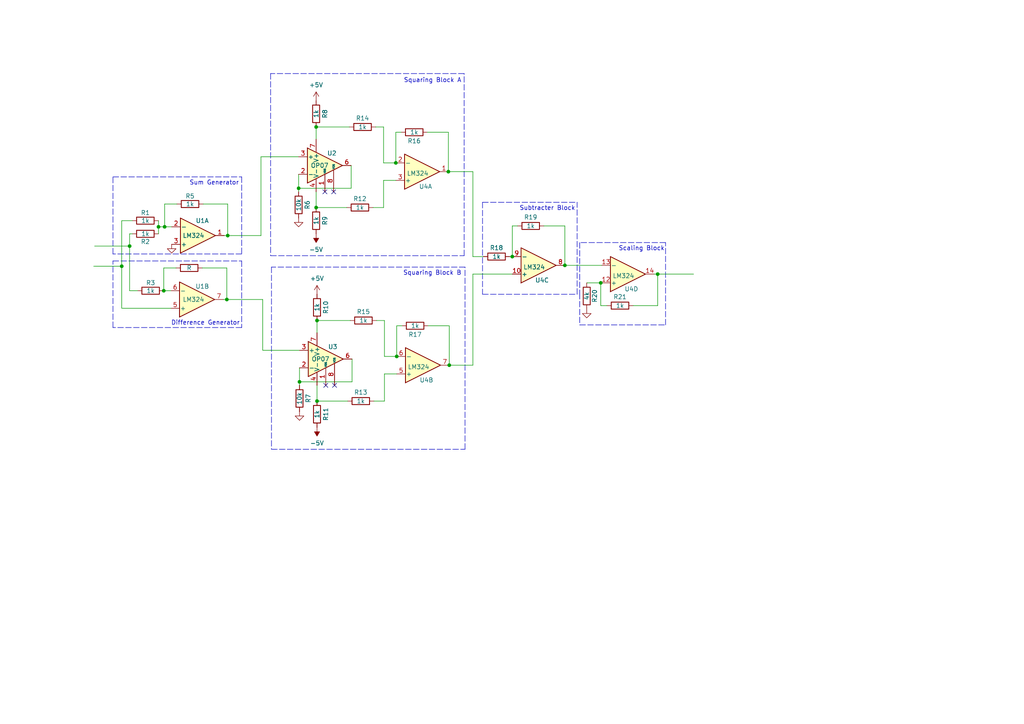
<source format=kicad_sch>
(kicad_sch (version 20211123) (generator eeschema)

  (uuid 0dcdf1b8-13c6-48b4-bd94-5d26038ff231)

  (paper "A4")

  (lib_symbols
    (symbol "Amplifier_Operational:LM324" (pin_names (offset 0.127)) (in_bom yes) (on_board yes)
      (property "Reference" "U" (id 0) (at 0 5.08 0)
        (effects (font (size 1.27 1.27)) (justify left))
      )
      (property "Value" "LM324" (id 1) (at 0 -5.08 0)
        (effects (font (size 1.27 1.27)) (justify left))
      )
      (property "Footprint" "" (id 2) (at -1.27 2.54 0)
        (effects (font (size 1.27 1.27)) hide)
      )
      (property "Datasheet" "http://www.ti.com/lit/ds/symlink/lm2902-n.pdf" (id 3) (at 1.27 5.08 0)
        (effects (font (size 1.27 1.27)) hide)
      )
      (property "ki_locked" "" (id 4) (at 0 0 0)
        (effects (font (size 1.27 1.27)))
      )
      (property "ki_keywords" "quad opamp" (id 5) (at 0 0 0)
        (effects (font (size 1.27 1.27)) hide)
      )
      (property "ki_description" "Low-Power, Quad-Operational Amplifiers, DIP-14/SOIC-14/SSOP-14" (id 6) (at 0 0 0)
        (effects (font (size 1.27 1.27)) hide)
      )
      (property "ki_fp_filters" "SOIC*3.9x8.7mm*P1.27mm* DIP*W7.62mm* TSSOP*4.4x5mm*P0.65mm* SSOP*5.3x6.2mm*P0.65mm* MSOP*3x3mm*P0.5mm*" (id 7) (at 0 0 0)
        (effects (font (size 1.27 1.27)) hide)
      )
      (symbol "LM324_1_1"
        (polyline
          (pts
            (xy -5.08 5.08)
            (xy 5.08 0)
            (xy -5.08 -5.08)
            (xy -5.08 5.08)
          )
          (stroke (width 0.254) (type default) (color 0 0 0 0))
          (fill (type background))
        )
        (pin output line (at 7.62 0 180) (length 2.54)
          (name "~" (effects (font (size 1.27 1.27))))
          (number "1" (effects (font (size 1.27 1.27))))
        )
        (pin input line (at -7.62 -2.54 0) (length 2.54)
          (name "-" (effects (font (size 1.27 1.27))))
          (number "2" (effects (font (size 1.27 1.27))))
        )
        (pin input line (at -7.62 2.54 0) (length 2.54)
          (name "+" (effects (font (size 1.27 1.27))))
          (number "3" (effects (font (size 1.27 1.27))))
        )
      )
      (symbol "LM324_2_1"
        (polyline
          (pts
            (xy -5.08 5.08)
            (xy 5.08 0)
            (xy -5.08 -5.08)
            (xy -5.08 5.08)
          )
          (stroke (width 0.254) (type default) (color 0 0 0 0))
          (fill (type background))
        )
        (pin input line (at -7.62 2.54 0) (length 2.54)
          (name "+" (effects (font (size 1.27 1.27))))
          (number "5" (effects (font (size 1.27 1.27))))
        )
        (pin input line (at -7.62 -2.54 0) (length 2.54)
          (name "-" (effects (font (size 1.27 1.27))))
          (number "6" (effects (font (size 1.27 1.27))))
        )
        (pin output line (at 7.62 0 180) (length 2.54)
          (name "~" (effects (font (size 1.27 1.27))))
          (number "7" (effects (font (size 1.27 1.27))))
        )
      )
      (symbol "LM324_3_1"
        (polyline
          (pts
            (xy -5.08 5.08)
            (xy 5.08 0)
            (xy -5.08 -5.08)
            (xy -5.08 5.08)
          )
          (stroke (width 0.254) (type default) (color 0 0 0 0))
          (fill (type background))
        )
        (pin input line (at -7.62 2.54 0) (length 2.54)
          (name "+" (effects (font (size 1.27 1.27))))
          (number "10" (effects (font (size 1.27 1.27))))
        )
        (pin output line (at 7.62 0 180) (length 2.54)
          (name "~" (effects (font (size 1.27 1.27))))
          (number "8" (effects (font (size 1.27 1.27))))
        )
        (pin input line (at -7.62 -2.54 0) (length 2.54)
          (name "-" (effects (font (size 1.27 1.27))))
          (number "9" (effects (font (size 1.27 1.27))))
        )
      )
      (symbol "LM324_4_1"
        (polyline
          (pts
            (xy -5.08 5.08)
            (xy 5.08 0)
            (xy -5.08 -5.08)
            (xy -5.08 5.08)
          )
          (stroke (width 0.254) (type default) (color 0 0 0 0))
          (fill (type background))
        )
        (pin input line (at -7.62 2.54 0) (length 2.54)
          (name "+" (effects (font (size 1.27 1.27))))
          (number "12" (effects (font (size 1.27 1.27))))
        )
        (pin input line (at -7.62 -2.54 0) (length 2.54)
          (name "-" (effects (font (size 1.27 1.27))))
          (number "13" (effects (font (size 1.27 1.27))))
        )
        (pin output line (at 7.62 0 180) (length 2.54)
          (name "~" (effects (font (size 1.27 1.27))))
          (number "14" (effects (font (size 1.27 1.27))))
        )
      )
      (symbol "LM324_5_1"
        (pin power_in line (at -2.54 -7.62 90) (length 3.81)
          (name "V-" (effects (font (size 1.27 1.27))))
          (number "11" (effects (font (size 1.27 1.27))))
        )
        (pin power_in line (at -2.54 7.62 270) (length 3.81)
          (name "V+" (effects (font (size 1.27 1.27))))
          (number "4" (effects (font (size 1.27 1.27))))
        )
      )
    )
    (symbol "Amplifier_Operational:OP07" (pin_names (offset 0.127)) (in_bom yes) (on_board yes)
      (property "Reference" "U" (id 0) (at 1.27 6.35 0)
        (effects (font (size 1.27 1.27)) (justify left))
      )
      (property "Value" "OP07" (id 1) (at 1.27 3.81 0)
        (effects (font (size 1.27 1.27)) (justify left))
      )
      (property "Footprint" "" (id 2) (at 1.27 1.27 0)
        (effects (font (size 1.27 1.27)) hide)
      )
      (property "Datasheet" "https://www.analog.com/media/en/technical-documentation/data-sheets/OP07.pdf" (id 3) (at 1.27 3.81 0)
        (effects (font (size 1.27 1.27)) hide)
      )
      (property "ki_keywords" "single opamp" (id 4) (at 0 0 0)
        (effects (font (size 1.27 1.27)) hide)
      )
      (property "ki_description" "Single Ultra-Low Offset Voltage Operational Amplifier, DIP-8/SOIC-8" (id 5) (at 0 0 0)
        (effects (font (size 1.27 1.27)) hide)
      )
      (property "ki_fp_filters" "DIP*W7.62mm* SOIC*3.9x4.9mm*P1.27mm* TO*99*" (id 6) (at 0 0 0)
        (effects (font (size 1.27 1.27)) hide)
      )
      (symbol "OP07_0_1"
        (polyline
          (pts
            (xy -5.08 5.08)
            (xy 5.08 0)
            (xy -5.08 -5.08)
            (xy -5.08 5.08)
          )
          (stroke (width 0.254) (type default) (color 0 0 0 0))
          (fill (type background))
        )
      )
      (symbol "OP07_1_1"
        (pin input line (at 0 -7.62 90) (length 5.08)
          (name "VOS" (effects (font (size 0.508 0.508))))
          (number "1" (effects (font (size 1.27 1.27))))
        )
        (pin input line (at -7.62 -2.54 0) (length 2.54)
          (name "-" (effects (font (size 1.27 1.27))))
          (number "2" (effects (font (size 1.27 1.27))))
        )
        (pin input line (at -7.62 2.54 0) (length 2.54)
          (name "+" (effects (font (size 1.27 1.27))))
          (number "3" (effects (font (size 1.27 1.27))))
        )
        (pin power_in line (at -2.54 -7.62 90) (length 3.81)
          (name "V-" (effects (font (size 1.27 1.27))))
          (number "4" (effects (font (size 1.27 1.27))))
        )
        (pin no_connect line (at 0 2.54 270) (length 2.54) hide
          (name "NC" (effects (font (size 1.27 1.27))))
          (number "5" (effects (font (size 1.27 1.27))))
        )
        (pin output line (at 7.62 0 180) (length 2.54)
          (name "~" (effects (font (size 1.27 1.27))))
          (number "6" (effects (font (size 1.27 1.27))))
        )
        (pin power_in line (at -2.54 7.62 270) (length 3.81)
          (name "V+" (effects (font (size 1.27 1.27))))
          (number "7" (effects (font (size 1.27 1.27))))
        )
        (pin input line (at 2.54 -7.62 90) (length 6.35)
          (name "VOS" (effects (font (size 0.508 0.508))))
          (number "8" (effects (font (size 1.27 1.27))))
        )
      )
    )
    (symbol "Device:R" (pin_numbers hide) (pin_names (offset 0)) (in_bom yes) (on_board yes)
      (property "Reference" "R" (id 0) (at 2.032 0 90)
        (effects (font (size 1.27 1.27)))
      )
      (property "Value" "R" (id 1) (at 0 0 90)
        (effects (font (size 1.27 1.27)))
      )
      (property "Footprint" "" (id 2) (at -1.778 0 90)
        (effects (font (size 1.27 1.27)) hide)
      )
      (property "Datasheet" "~" (id 3) (at 0 0 0)
        (effects (font (size 1.27 1.27)) hide)
      )
      (property "ki_keywords" "R res resistor" (id 4) (at 0 0 0)
        (effects (font (size 1.27 1.27)) hide)
      )
      (property "ki_description" "Resistor" (id 5) (at 0 0 0)
        (effects (font (size 1.27 1.27)) hide)
      )
      (property "ki_fp_filters" "R_*" (id 6) (at 0 0 0)
        (effects (font (size 1.27 1.27)) hide)
      )
      (symbol "R_0_1"
        (rectangle (start -1.016 -2.54) (end 1.016 2.54)
          (stroke (width 0.254) (type default) (color 0 0 0 0))
          (fill (type none))
        )
      )
      (symbol "R_1_1"
        (pin passive line (at 0 3.81 270) (length 1.27)
          (name "~" (effects (font (size 1.27 1.27))))
          (number "1" (effects (font (size 1.27 1.27))))
        )
        (pin passive line (at 0 -3.81 90) (length 1.27)
          (name "~" (effects (font (size 1.27 1.27))))
          (number "2" (effects (font (size 1.27 1.27))))
        )
      )
    )
    (symbol "power:+5V" (power) (pin_names (offset 0)) (in_bom yes) (on_board yes)
      (property "Reference" "#PWR" (id 0) (at 0 -3.81 0)
        (effects (font (size 1.27 1.27)) hide)
      )
      (property "Value" "+5V" (id 1) (at 0 3.556 0)
        (effects (font (size 1.27 1.27)))
      )
      (property "Footprint" "" (id 2) (at 0 0 0)
        (effects (font (size 1.27 1.27)) hide)
      )
      (property "Datasheet" "" (id 3) (at 0 0 0)
        (effects (font (size 1.27 1.27)) hide)
      )
      (property "ki_keywords" "power-flag" (id 4) (at 0 0 0)
        (effects (font (size 1.27 1.27)) hide)
      )
      (property "ki_description" "Power symbol creates a global label with name \"+5V\"" (id 5) (at 0 0 0)
        (effects (font (size 1.27 1.27)) hide)
      )
      (symbol "+5V_0_1"
        (polyline
          (pts
            (xy -0.762 1.27)
            (xy 0 2.54)
          )
          (stroke (width 0) (type default) (color 0 0 0 0))
          (fill (type none))
        )
        (polyline
          (pts
            (xy 0 0)
            (xy 0 2.54)
          )
          (stroke (width 0) (type default) (color 0 0 0 0))
          (fill (type none))
        )
        (polyline
          (pts
            (xy 0 2.54)
            (xy 0.762 1.27)
          )
          (stroke (width 0) (type default) (color 0 0 0 0))
          (fill (type none))
        )
      )
      (symbol "+5V_1_1"
        (pin power_in line (at 0 0 90) (length 0) hide
          (name "+5V" (effects (font (size 1.27 1.27))))
          (number "1" (effects (font (size 1.27 1.27))))
        )
      )
    )
    (symbol "power:-5V" (power) (pin_names (offset 0)) (in_bom yes) (on_board yes)
      (property "Reference" "#PWR" (id 0) (at 0 2.54 0)
        (effects (font (size 1.27 1.27)) hide)
      )
      (property "Value" "-5V" (id 1) (at 0 3.81 0)
        (effects (font (size 1.27 1.27)))
      )
      (property "Footprint" "" (id 2) (at 0 0 0)
        (effects (font (size 1.27 1.27)) hide)
      )
      (property "Datasheet" "" (id 3) (at 0 0 0)
        (effects (font (size 1.27 1.27)) hide)
      )
      (property "ki_keywords" "power-flag" (id 4) (at 0 0 0)
        (effects (font (size 1.27 1.27)) hide)
      )
      (property "ki_description" "Power symbol creates a global label with name \"-5V\"" (id 5) (at 0 0 0)
        (effects (font (size 1.27 1.27)) hide)
      )
      (symbol "-5V_0_0"
        (pin power_in line (at 0 0 90) (length 0) hide
          (name "-5V" (effects (font (size 1.27 1.27))))
          (number "1" (effects (font (size 1.27 1.27))))
        )
      )
      (symbol "-5V_0_1"
        (polyline
          (pts
            (xy 0 0)
            (xy 0 1.27)
            (xy 0.762 1.27)
            (xy 0 2.54)
            (xy -0.762 1.27)
            (xy 0 1.27)
          )
          (stroke (width 0) (type default) (color 0 0 0 0))
          (fill (type outline))
        )
      )
    )
    (symbol "power:GND" (power) (pin_names (offset 0)) (in_bom yes) (on_board yes)
      (property "Reference" "#PWR" (id 0) (at 0 -6.35 0)
        (effects (font (size 1.27 1.27)) hide)
      )
      (property "Value" "GND" (id 1) (at 0 -3.81 0)
        (effects (font (size 1.27 1.27)))
      )
      (property "Footprint" "" (id 2) (at 0 0 0)
        (effects (font (size 1.27 1.27)) hide)
      )
      (property "Datasheet" "" (id 3) (at 0 0 0)
        (effects (font (size 1.27 1.27)) hide)
      )
      (property "ki_keywords" "power-flag" (id 4) (at 0 0 0)
        (effects (font (size 1.27 1.27)) hide)
      )
      (property "ki_description" "Power symbol creates a global label with name \"GND\" , ground" (id 5) (at 0 0 0)
        (effects (font (size 1.27 1.27)) hide)
      )
      (symbol "GND_0_1"
        (polyline
          (pts
            (xy 0 0)
            (xy 0 -1.27)
            (xy 1.27 -1.27)
            (xy 0 -2.54)
            (xy -1.27 -1.27)
            (xy 0 -1.27)
          )
          (stroke (width 0) (type default) (color 0 0 0 0))
          (fill (type none))
        )
      )
      (symbol "GND_1_1"
        (pin power_in line (at 0 0 270) (length 0) hide
          (name "GND" (effects (font (size 1.27 1.27))))
          (number "1" (effects (font (size 1.27 1.27))))
        )
      )
    )
  )

  (junction (at 174.244 82.042) (diameter 0) (color 0 0 0 0)
    (uuid 0903c7d9-3008-487d-bf24-25dabe3493f2)
  )
  (junction (at 91.694 36.83) (diameter 0) (color 0 0 0 0)
    (uuid 0ceb97d6-1b0f-4b71-921e-b0955c30c998)
  )
  (junction (at 35.306 77.216) (diameter 0) (color 0 0 0 0)
    (uuid 1e524b8f-fcc4-4ef5-bf86-3041df9285a1)
  )
  (junction (at 45.974 65.786) (diameter 0) (color 0 0 0 0)
    (uuid 2024d38e-7466-438a-8454-69eb978e1b45)
  )
  (junction (at 65.786 86.868) (diameter 0) (color 0 0 0 0)
    (uuid 33800183-c8ef-4899-81e3-5fe030f895bb)
  )
  (junction (at 163.83 76.962) (diameter 0) (color 0 0 0 0)
    (uuid 483e1a7c-c755-48dc-b458-96a6b575bb7d)
  )
  (junction (at 37.592 71.374) (diameter 0) (color 0 0 0 0)
    (uuid 5566279c-c94d-4eb7-a44a-112089311695)
  )
  (junction (at 86.868 110.744) (diameter 0) (color 0 0 0 0)
    (uuid 5ecc26a2-a0ca-4002-862c-bd8f518ca83f)
  )
  (junction (at 114.808 47.244) (diameter 0) (color 0 0 0 0)
    (uuid 6603b179-9d33-48b3-aff6-ffb34d5e0124)
  )
  (junction (at 66.04 68.326) (diameter 0) (color 0 0 0 0)
    (uuid 6d28f8f6-1bab-444b-9723-1901a2cbf674)
  )
  (junction (at 130.048 49.784) (diameter 0) (color 0 0 0 0)
    (uuid 6ead72ba-7214-460f-bb56-42fe08b0171d)
  )
  (junction (at 148.59 74.422) (diameter 0) (color 0 0 0 0)
    (uuid 703ffdee-0073-4f8b-b4e4-503e91c396c0)
  )
  (junction (at 47.752 65.786) (diameter 0) (color 0 0 0 0)
    (uuid 728b2a4e-fb69-4497-b10f-92821ceb0fd7)
  )
  (junction (at 190.754 79.502) (diameter 0) (color 0 0 0 0)
    (uuid 82d633c1-1fb1-4e7d-ae80-5de8e1fc1bf5)
  )
  (junction (at 47.498 84.328) (diameter 0) (color 0 0 0 0)
    (uuid ad66e888-027a-43cb-8793-ef6e85f3754a)
  )
  (junction (at 91.948 116.332) (diameter 0) (color 0 0 0 0)
    (uuid bc9a2113-4268-4d92-81b2-114607cf73b1)
  )
  (junction (at 91.694 60.198) (diameter 0) (color 0 0 0 0)
    (uuid c92c7115-2046-49f4-b3bf-00b01dc8bcc7)
  )
  (junction (at 130.302 105.918) (diameter 0) (color 0 0 0 0)
    (uuid e97d040c-edec-4ad9-a95a-b632ce45d9e7)
  )
  (junction (at 115.062 103.378) (diameter 0) (color 0 0 0 0)
    (uuid ed1e1dcc-a8b8-426c-8464-c970a56ea0f6)
  )
  (junction (at 91.948 92.964) (diameter 0) (color 0 0 0 0)
    (uuid f6266b5c-f098-4d20-96a0-d893879e95c5)
  )
  (junction (at 86.614 54.61) (diameter 0) (color 0 0 0 0)
    (uuid f73b5500-6337-4860-a114-6e307f65ec9f)
  )

  (no_connect (at 94.488 111.76) (uuid 7dc7fb88-9a13-429a-9650-a9b9292942cc))
  (no_connect (at 94.234 55.626) (uuid b4ea3746-4064-4172-90ab-a704cbf264c0))
  (no_connect (at 96.774 55.626) (uuid b4ea3746-4064-4172-90ab-a704cbf264c1))
  (no_connect (at 97.028 111.76) (uuid e60818bf-eaa3-405e-8b37-ef0256198d38))

  (wire (pts (xy 47.752 59.182) (xy 47.752 65.786))
    (stroke (width 0) (type default) (color 0 0 0 0))
    (uuid 009bfba7-723b-4138-b67a-ae0838ded13d)
  )
  (wire (pts (xy 102.108 110.744) (xy 102.108 104.14))
    (stroke (width 0) (type default) (color 0 0 0 0))
    (uuid 08c168eb-43bf-434e-997e-e59d7e8de4ef)
  )
  (wire (pts (xy 37.592 84.328) (xy 39.878 84.328))
    (stroke (width 0) (type default) (color 0 0 0 0))
    (uuid 0ad5c6b2-ae5a-4b97-8d62-a82435a6ead7)
  )
  (wire (pts (xy 137.16 49.784) (xy 137.16 74.422))
    (stroke (width 0) (type default) (color 0 0 0 0))
    (uuid 0eab373f-b9af-4550-9bd7-a818c2e4d167)
  )
  (wire (pts (xy 163.83 65.532) (xy 163.83 76.962))
    (stroke (width 0) (type default) (color 0 0 0 0))
    (uuid 15f09c8e-2186-4eb9-9f16-33ded62d7171)
  )
  (polyline (pts (xy 70.104 94.996) (xy 32.766 94.996))
    (stroke (width 0) (type default) (color 0 0 0 0))
    (uuid 1638e716-8b96-442f-8d89-1945dacb3df0)
  )
  (polyline (pts (xy 139.954 58.674) (xy 139.954 85.344))
    (stroke (width 0) (type default) (color 0 0 0 0))
    (uuid 19f6174a-4f34-41ea-8492-76922e6c0197)
  )

  (wire (pts (xy 174.244 88.646) (xy 176.022 88.646))
    (stroke (width 0) (type default) (color 0 0 0 0))
    (uuid 1df3d25a-0e05-4654-95b6-9e6e2bbdeb12)
  )
  (wire (pts (xy 47.498 77.724) (xy 47.498 84.328))
    (stroke (width 0) (type default) (color 0 0 0 0))
    (uuid 1eec295b-252a-46b5-b2d9-73b636b3780c)
  )
  (wire (pts (xy 86.614 54.61) (xy 86.614 55.626))
    (stroke (width 0) (type default) (color 0 0 0 0))
    (uuid 20caf6d2-76a7-497e-ac56-f6d31eb9027b)
  )
  (wire (pts (xy 58.674 77.724) (xy 65.786 77.724))
    (stroke (width 0) (type default) (color 0 0 0 0))
    (uuid 2203daf9-cd4d-4236-a356-a5e1851852e4)
  )
  (wire (pts (xy 35.306 64.008) (xy 35.306 77.216))
    (stroke (width 0) (type default) (color 0 0 0 0))
    (uuid 223bf607-802a-44fc-bc94-a8d7b700cb10)
  )
  (wire (pts (xy 130.048 49.784) (xy 137.16 49.784))
    (stroke (width 0) (type default) (color 0 0 0 0))
    (uuid 23374d92-8a4d-468b-9947-adcdd8ce495d)
  )
  (wire (pts (xy 163.83 76.962) (xy 174.498 76.962))
    (stroke (width 0) (type default) (color 0 0 0 0))
    (uuid 233bdbe5-f41a-49a5-838f-2e26b0a75f26)
  )
  (wire (pts (xy 123.952 38.354) (xy 130.048 38.354))
    (stroke (width 0) (type default) (color 0 0 0 0))
    (uuid 24b72b0d-63b8-4e06-89d0-e94dcf39a600)
  )
  (wire (pts (xy 38.354 64.008) (xy 35.306 64.008))
    (stroke (width 0) (type default) (color 0 0 0 0))
    (uuid 27457557-900c-490f-b4aa-fd019bf0f5fc)
  )
  (wire (pts (xy 65.786 86.868) (xy 64.77 86.868))
    (stroke (width 0) (type default) (color 0 0 0 0))
    (uuid 2811397c-157d-4053-9557-4b432b969d49)
  )
  (wire (pts (xy 157.734 65.532) (xy 163.83 65.532))
    (stroke (width 0) (type default) (color 0 0 0 0))
    (uuid 2a17f681-55ea-4d48-a2b4-4114836da843)
  )
  (polyline (pts (xy 32.766 51.308) (xy 70.104 51.308))
    (stroke (width 0) (type default) (color 0 0 0 0))
    (uuid 2c192ca9-fe30-49cc-bae4-57050d515549)
  )

  (wire (pts (xy 86.868 110.744) (xy 86.868 111.76))
    (stroke (width 0) (type default) (color 0 0 0 0))
    (uuid 3164eff5-b35f-459d-9032-c1c5645dc58d)
  )
  (wire (pts (xy 190.754 88.646) (xy 190.754 79.502))
    (stroke (width 0) (type default) (color 0 0 0 0))
    (uuid 31b8af53-9ec9-4407-842b-9483759bc04a)
  )
  (wire (pts (xy 108.458 116.332) (xy 111.506 116.332))
    (stroke (width 0) (type default) (color 0 0 0 0))
    (uuid 32c71851-2ca5-4bf6-b928-c6beacfb358b)
  )
  (wire (pts (xy 174.244 82.042) (xy 174.498 82.042))
    (stroke (width 0) (type default) (color 0 0 0 0))
    (uuid 38269ceb-320d-42f0-b0f0-8e83c9b8fe87)
  )
  (wire (pts (xy 27.432 71.374) (xy 37.592 71.374))
    (stroke (width 0) (type default) (color 0 0 0 0))
    (uuid 3b003251-8e8e-4af7-a670-4ed84fbeb951)
  )
  (wire (pts (xy 111.506 108.458) (xy 115.062 108.458))
    (stroke (width 0) (type default) (color 0 0 0 0))
    (uuid 3b440bca-0e1a-42ca-9c0e-cde84ea8ed64)
  )
  (wire (pts (xy 116.586 94.488) (xy 115.062 94.488))
    (stroke (width 0) (type default) (color 0 0 0 0))
    (uuid 413d1fc7-097e-4160-b1f6-1da71c879f01)
  )
  (wire (pts (xy 86.614 50.546) (xy 86.614 54.61))
    (stroke (width 0) (type default) (color 0 0 0 0))
    (uuid 4185c36c-c66e-4dbd-be5d-841e551f4885)
  )
  (polyline (pts (xy 139.954 85.344) (xy 167.386 85.344))
    (stroke (width 0) (type default) (color 0 0 0 0))
    (uuid 42664348-fbec-4187-895b-36b9cdb3b2e2)
  )

  (wire (pts (xy 65.786 77.724) (xy 65.786 86.868))
    (stroke (width 0) (type default) (color 0 0 0 0))
    (uuid 42b0a0de-e03b-43cb-9061-eedf50e03fba)
  )
  (wire (pts (xy 47.752 59.182) (xy 51.308 59.182))
    (stroke (width 0) (type default) (color 0 0 0 0))
    (uuid 42d83e5c-44ff-4fca-a527-9bf1633659d4)
  )
  (wire (pts (xy 130.302 94.488) (xy 130.302 105.918))
    (stroke (width 0) (type default) (color 0 0 0 0))
    (uuid 430fb592-36c8-4c02-a997-e00390fb6882)
  )
  (wire (pts (xy 35.306 89.408) (xy 49.53 89.408))
    (stroke (width 0) (type default) (color 0 0 0 0))
    (uuid 43b1eddf-6ca4-434f-9aa5-29eb653edfcf)
  )
  (polyline (pts (xy 168.148 70.358) (xy 168.148 85.09))
    (stroke (width 0) (type default) (color 0 0 0 0))
    (uuid 4b293985-ca2a-446f-b6a6-050a5623a8e8)
  )

  (wire (pts (xy 66.04 68.326) (xy 65.024 68.326))
    (stroke (width 0) (type default) (color 0 0 0 0))
    (uuid 529bb259-a3e0-4029-a761-805ab18e45e1)
  )
  (wire (pts (xy 86.868 110.744) (xy 102.108 110.744))
    (stroke (width 0) (type default) (color 0 0 0 0))
    (uuid 52a68e79-cc6d-4774-9206-3ded64d4e412)
  )
  (wire (pts (xy 111.506 103.378) (xy 115.062 103.378))
    (stroke (width 0) (type default) (color 0 0 0 0))
    (uuid 5686a58e-0f4a-4532-b3a7-682a99f896dc)
  )
  (wire (pts (xy 111.252 47.244) (xy 114.808 47.244))
    (stroke (width 0) (type default) (color 0 0 0 0))
    (uuid 5701b80f-f006-4814-81c9-0c7f006088a9)
  )
  (wire (pts (xy 148.59 65.532) (xy 148.59 74.422))
    (stroke (width 0) (type default) (color 0 0 0 0))
    (uuid 589581db-5294-4913-9ab9-96388e8032a6)
  )
  (wire (pts (xy 35.306 77.216) (xy 35.306 89.408))
    (stroke (width 0) (type default) (color 0 0 0 0))
    (uuid 58c9d754-67ad-4d13-996d-eb46be28bfde)
  )
  (polyline (pts (xy 168.148 85.09) (xy 168.148 94.234))
    (stroke (width 0) (type default) (color 0 0 0 0))
    (uuid 62f0d43d-e9cb-4bb1-940e-d5216cecba11)
  )

  (wire (pts (xy 114.808 38.354) (xy 114.808 47.244))
    (stroke (width 0) (type default) (color 0 0 0 0))
    (uuid 63c56ea4-91a3-4172-b9de-a4388cc8f894)
  )
  (wire (pts (xy 111.252 36.83) (xy 111.252 47.244))
    (stroke (width 0) (type default) (color 0 0 0 0))
    (uuid 66bc2bca-dab7-4947-a0ff-403cdaf9fb89)
  )
  (wire (pts (xy 140.208 74.422) (xy 137.16 74.422))
    (stroke (width 0) (type default) (color 0 0 0 0))
    (uuid 6915b7be-3044-4468-a095-46be65387fa1)
  )
  (wire (pts (xy 91.948 92.964) (xy 91.948 96.52))
    (stroke (width 0) (type default) (color 0 0 0 0))
    (uuid 6f3ec6a0-b69b-4536-a014-7965b8a99f73)
  )
  (wire (pts (xy 115.062 94.488) (xy 115.062 103.378))
    (stroke (width 0) (type default) (color 0 0 0 0))
    (uuid 72df7dff-cd74-4730-a2d4-f4f2f4470b1e)
  )
  (polyline (pts (xy 193.04 94.234) (xy 193.04 70.358))
    (stroke (width 0) (type default) (color 0 0 0 0))
    (uuid 73372818-3f45-4cdf-b06b-750172d951c1)
  )

  (wire (pts (xy 47.498 77.724) (xy 51.054 77.724))
    (stroke (width 0) (type default) (color 0 0 0 0))
    (uuid 74ec717e-2c7d-4324-a171-d6e4d645d152)
  )
  (wire (pts (xy 170.18 82.042) (xy 174.244 82.042))
    (stroke (width 0) (type default) (color 0 0 0 0))
    (uuid 757cf0ee-8e36-4693-b26a-a0c2f395aaac)
  )
  (wire (pts (xy 66.04 68.326) (xy 75.692 68.326))
    (stroke (width 0) (type default) (color 0 0 0 0))
    (uuid 75988360-1dc4-47b2-9b80-a87f1731c92d)
  )
  (wire (pts (xy 190.754 79.502) (xy 189.738 79.502))
    (stroke (width 0) (type default) (color 0 0 0 0))
    (uuid 75bc3386-87ca-481c-b59e-63b2a60cfef3)
  )
  (wire (pts (xy 45.974 65.786) (xy 45.974 67.818))
    (stroke (width 0) (type default) (color 0 0 0 0))
    (uuid 7682a6a3-368f-41bf-b3ff-ce35ba2e6143)
  )
  (polyline (pts (xy 78.486 74.168) (xy 134.62 74.168))
    (stroke (width 0) (type default) (color 0 0 0 0))
    (uuid 7aba0737-e394-4451-a2e6-782dff4fbd4f)
  )
  (polyline (pts (xy 134.62 21.336) (xy 78.486 21.336))
    (stroke (width 0) (type default) (color 0 0 0 0))
    (uuid 7d73acbe-ec52-41f2-b4f9-a723f9951739)
  )

  (wire (pts (xy 91.694 60.198) (xy 100.584 60.198))
    (stroke (width 0) (type default) (color 0 0 0 0))
    (uuid 802c2dc3-ca9f-491e-9d66-7893e89ac34c)
  )
  (wire (pts (xy 148.59 79.502) (xy 137.16 79.502))
    (stroke (width 0) (type default) (color 0 0 0 0))
    (uuid 81d73e3f-25c2-4dc2-98e5-2c9802cff920)
  )
  (polyline (pts (xy 32.766 73.66) (xy 32.766 51.308))
    (stroke (width 0) (type default) (color 0 0 0 0))
    (uuid 8640e622-767a-4a72-a098-73d7d047ec7c)
  )

  (wire (pts (xy 45.974 65.786) (xy 47.752 65.786))
    (stroke (width 0) (type default) (color 0 0 0 0))
    (uuid 86c154d1-a93e-47a0-adeb-82ad48cddb06)
  )
  (polyline (pts (xy 78.74 130.302) (xy 134.874 130.302))
    (stroke (width 0) (type default) (color 0 0 0 0))
    (uuid 889268d0-a6c7-4631-b294-7084f68098b8)
  )

  (wire (pts (xy 109.22 92.964) (xy 111.506 92.964))
    (stroke (width 0) (type default) (color 0 0 0 0))
    (uuid 89265dda-b403-41b5-933c-e536da910aba)
  )
  (polyline (pts (xy 78.486 21.336) (xy 78.486 74.168))
    (stroke (width 0) (type default) (color 0 0 0 0))
    (uuid 8a97723c-efa2-4aa1-80c6-f5a11817e9a1)
  )
  (polyline (pts (xy 70.104 73.66) (xy 32.766 73.66))
    (stroke (width 0) (type default) (color 0 0 0 0))
    (uuid 8d79d4a5-0a9d-40c9-b991-ebc5c6420fdb)
  )

  (wire (pts (xy 65.786 86.868) (xy 76.2 86.868))
    (stroke (width 0) (type default) (color 0 0 0 0))
    (uuid 90018d5a-8ee1-4a02-bf9e-b250b9f267b7)
  )
  (wire (pts (xy 108.966 36.83) (xy 111.252 36.83))
    (stroke (width 0) (type default) (color 0 0 0 0))
    (uuid 9286cf02-1563-41d2-9931-c192c33bab31)
  )
  (wire (pts (xy 38.354 67.818) (xy 37.592 67.818))
    (stroke (width 0) (type default) (color 0 0 0 0))
    (uuid 93993284-5a18-4222-a9ec-bfea2b24c116)
  )
  (wire (pts (xy 137.16 105.918) (xy 130.302 105.918))
    (stroke (width 0) (type default) (color 0 0 0 0))
    (uuid 940c3a2d-5739-4dc1-a8a1-0a69fcf8dab7)
  )
  (wire (pts (xy 66.04 59.182) (xy 66.04 68.326))
    (stroke (width 0) (type default) (color 0 0 0 0))
    (uuid 9607a025-5dcc-42ce-a935-6a20edcb6c52)
  )
  (wire (pts (xy 111.506 116.332) (xy 111.506 108.458))
    (stroke (width 0) (type default) (color 0 0 0 0))
    (uuid 966b9029-af92-4c00-ba3d-6450812b08e5)
  )
  (polyline (pts (xy 168.148 94.234) (xy 193.04 94.234))
    (stroke (width 0) (type default) (color 0 0 0 0))
    (uuid 97be321d-d03b-4b8d-a86e-65cba49ad83a)
  )

  (wire (pts (xy 86.868 101.6) (xy 76.2 101.6))
    (stroke (width 0) (type default) (color 0 0 0 0))
    (uuid 97cceb1f-ac92-495c-a6c5-c98ea4140667)
  )
  (wire (pts (xy 91.948 116.332) (xy 100.838 116.332))
    (stroke (width 0) (type default) (color 0 0 0 0))
    (uuid 98e77711-624f-43c9-b180-9e01b6c63b36)
  )
  (polyline (pts (xy 139.954 58.674) (xy 167.386 58.674))
    (stroke (width 0) (type default) (color 0 0 0 0))
    (uuid 9aa55463-11f7-4df6-ae93-c8e8a5cee330)
  )

  (wire (pts (xy 111.252 52.324) (xy 114.808 52.324))
    (stroke (width 0) (type default) (color 0 0 0 0))
    (uuid 9b6bb172-1ac4-440a-ac75-c1917d9d59c7)
  )
  (wire (pts (xy 116.332 38.354) (xy 114.808 38.354))
    (stroke (width 0) (type default) (color 0 0 0 0))
    (uuid a6738794-75ae-48a6-8949-ed8717400d71)
  )
  (wire (pts (xy 91.694 55.626) (xy 91.694 60.198))
    (stroke (width 0) (type default) (color 0 0 0 0))
    (uuid a8b4bc7e-da32-4fb8-b71a-d7b47c6f741f)
  )
  (wire (pts (xy 75.692 45.466) (xy 75.692 68.326))
    (stroke (width 0) (type default) (color 0 0 0 0))
    (uuid aeae40be-bdd1-44c4-9d54-e92303a30c40)
  )
  (wire (pts (xy 86.614 45.466) (xy 75.692 45.466))
    (stroke (width 0) (type default) (color 0 0 0 0))
    (uuid afd38b10-2eca-4abe-aed1-a96fb07ffdbe)
  )
  (polyline (pts (xy 70.104 51.308) (xy 70.104 73.66))
    (stroke (width 0) (type default) (color 0 0 0 0))
    (uuid b714e48a-4bc5-4159-9b76-1f483d3b9433)
  )

  (wire (pts (xy 37.592 67.818) (xy 37.592 71.374))
    (stroke (width 0) (type default) (color 0 0 0 0))
    (uuid b8686504-2b58-4ed7-a71a-6506dc82deca)
  )
  (wire (pts (xy 91.694 36.83) (xy 101.346 36.83))
    (stroke (width 0) (type default) (color 0 0 0 0))
    (uuid b8b961e9-8a60-45fc-999a-a7a3baff4e0d)
  )
  (wire (pts (xy 35.306 77.216) (xy 27.178 77.216))
    (stroke (width 0) (type default) (color 0 0 0 0))
    (uuid bb19363f-b339-4e2a-9510-66fc0a341e40)
  )
  (polyline (pts (xy 70.104 75.692) (xy 70.104 94.996))
    (stroke (width 0) (type default) (color 0 0 0 0))
    (uuid bd136ad8-cec6-430e-a6d3-729bf34c6715)
  )
  (polyline (pts (xy 32.766 75.692) (xy 70.104 75.692))
    (stroke (width 0) (type default) (color 0 0 0 0))
    (uuid be142a3f-da4a-406d-910f-91abb6b70b24)
  )

  (wire (pts (xy 47.752 65.786) (xy 49.784 65.786))
    (stroke (width 0) (type default) (color 0 0 0 0))
    (uuid c14b0c35-92a9-4805-9a1e-b7fa35e1a0c7)
  )
  (wire (pts (xy 47.498 84.328) (xy 49.53 84.328))
    (stroke (width 0) (type default) (color 0 0 0 0))
    (uuid c213cb00-2e44-4434-8685-7824efe43ef2)
  )
  (wire (pts (xy 91.948 111.76) (xy 91.948 116.332))
    (stroke (width 0) (type default) (color 0 0 0 0))
    (uuid c240e072-fba3-4e83-b442-cf4146fa2f49)
  )
  (wire (pts (xy 147.828 74.422) (xy 148.59 74.422))
    (stroke (width 0) (type default) (color 0 0 0 0))
    (uuid c4b5dab5-49ec-4534-a844-187220ed4c29)
  )
  (wire (pts (xy 45.974 64.008) (xy 45.974 65.786))
    (stroke (width 0) (type default) (color 0 0 0 0))
    (uuid c5159d68-a04d-42cf-bce9-ad5c6735c58d)
  )
  (wire (pts (xy 91.948 92.964) (xy 101.6 92.964))
    (stroke (width 0) (type default) (color 0 0 0 0))
    (uuid cc3f02a8-8475-4749-b187-7f6e09502ca5)
  )
  (wire (pts (xy 150.114 65.532) (xy 148.59 65.532))
    (stroke (width 0) (type default) (color 0 0 0 0))
    (uuid ccb8d86c-8337-44b3-ae58-e1b59aff5512)
  )
  (wire (pts (xy 137.16 79.502) (xy 137.16 105.918))
    (stroke (width 0) (type default) (color 0 0 0 0))
    (uuid cd23e855-4f2f-4279-b3cf-ee5ddd0fbca8)
  )
  (polyline (pts (xy 193.04 70.358) (xy 168.148 70.358))
    (stroke (width 0) (type default) (color 0 0 0 0))
    (uuid cd81eec7-3349-45af-a2f7-77583e254c66)
  )

  (wire (pts (xy 101.854 54.61) (xy 101.854 48.006))
    (stroke (width 0) (type default) (color 0 0 0 0))
    (uuid cebb9021-66d3-4116-98d4-5e6f3c1552be)
  )
  (polyline (pts (xy 134.62 74.168) (xy 134.62 21.336))
    (stroke (width 0) (type default) (color 0 0 0 0))
    (uuid d2b11c0f-0d72-41b6-b9c6-1c04174505e6)
  )

  (wire (pts (xy 86.614 54.61) (xy 101.854 54.61))
    (stroke (width 0) (type default) (color 0 0 0 0))
    (uuid d3d57924-54a6-421d-a3a0-a044fc909e88)
  )
  (wire (pts (xy 190.754 79.502) (xy 201.168 79.502))
    (stroke (width 0) (type default) (color 0 0 0 0))
    (uuid d51c2cb7-6c0c-4c2b-bfae-8096f230f05d)
  )
  (wire (pts (xy 130.048 38.354) (xy 130.048 49.784))
    (stroke (width 0) (type default) (color 0 0 0 0))
    (uuid d692b5e6-71b2-4fa6-bc83-618add8d8fef)
  )
  (polyline (pts (xy 134.874 77.47) (xy 78.74 77.47))
    (stroke (width 0) (type default) (color 0 0 0 0))
    (uuid d6f4d4b7-6d19-47c3-a519-c7c4743b56d1)
  )

  (wire (pts (xy 124.206 94.488) (xy 130.302 94.488))
    (stroke (width 0) (type default) (color 0 0 0 0))
    (uuid e6634efb-db42-4112-9692-caedd831d895)
  )
  (wire (pts (xy 91.694 36.83) (xy 91.694 40.386))
    (stroke (width 0) (type default) (color 0 0 0 0))
    (uuid ea6fde00-59dc-4a79-a647-7e38199fae0e)
  )
  (wire (pts (xy 111.252 60.198) (xy 111.252 52.324))
    (stroke (width 0) (type default) (color 0 0 0 0))
    (uuid eab9c52c-3aa0-43a7-bc7f-7e234ff1e9f4)
  )
  (polyline (pts (xy 134.874 130.302) (xy 134.874 77.47))
    (stroke (width 0) (type default) (color 0 0 0 0))
    (uuid eb74415d-4318-43d7-a41b-8b580e96f60b)
  )
  (polyline (pts (xy 167.386 85.344) (xy 167.386 58.674))
    (stroke (width 0) (type default) (color 0 0 0 0))
    (uuid ed5dff6e-be7a-49a3-9ae3-a166905f9fb7)
  )

  (wire (pts (xy 108.204 60.198) (xy 111.252 60.198))
    (stroke (width 0) (type default) (color 0 0 0 0))
    (uuid eed466bf-cd88-4860-9abf-41a594ca08bd)
  )
  (wire (pts (xy 111.506 92.964) (xy 111.506 103.378))
    (stroke (width 0) (type default) (color 0 0 0 0))
    (uuid ef8778bc-a160-4fd7-9b7a-00f15fba11bc)
  )
  (wire (pts (xy 183.642 88.646) (xy 190.754 88.646))
    (stroke (width 0) (type default) (color 0 0 0 0))
    (uuid f094d92e-959e-4545-80a8-0f2601b25029)
  )
  (wire (pts (xy 37.592 71.374) (xy 37.592 84.328))
    (stroke (width 0) (type default) (color 0 0 0 0))
    (uuid f5827de4-889d-40cb-af81-8d1b0822de9a)
  )
  (wire (pts (xy 174.244 82.042) (xy 174.244 88.646))
    (stroke (width 0) (type default) (color 0 0 0 0))
    (uuid f754f826-5012-4cf0-a21f-7658947547f1)
  )
  (wire (pts (xy 58.928 59.182) (xy 66.04 59.182))
    (stroke (width 0) (type default) (color 0 0 0 0))
    (uuid f774874f-eb78-4c1e-9f3c-7a2ee1247e46)
  )
  (polyline (pts (xy 78.74 77.47) (xy 78.74 130.302))
    (stroke (width 0) (type default) (color 0 0 0 0))
    (uuid f86513a0-3bff-46f6-a13c-0991cecba9fc)
  )
  (polyline (pts (xy 32.766 94.996) (xy 32.766 75.692))
    (stroke (width 0) (type default) (color 0 0 0 0))
    (uuid fba6f2ce-75ea-4bd9-b804-e4206b29f3af)
  )

  (wire (pts (xy 86.868 106.68) (xy 86.868 110.744))
    (stroke (width 0) (type default) (color 0 0 0 0))
    (uuid fe0b9e5a-2e52-4406-80f5-95f4d62f9fb8)
  )
  (wire (pts (xy 76.2 101.6) (xy 76.2 86.868))
    (stroke (width 0) (type default) (color 0 0 0 0))
    (uuid ffe63e88-e2a6-4d75-84f9-be4313332d5e)
  )

  (text "Squaring Block A" (at 133.858 24.13 180)
    (effects (font (size 1.27 1.27)) (justify right bottom))
    (uuid 24140391-c043-4ce2-9147-3e8909d58bd8)
  )
  (text "Difference Generator" (at 69.596 94.488 180)
    (effects (font (size 1.27 1.27)) (justify right bottom))
    (uuid 2f073765-70fd-44bd-96a6-c30c30e729d9)
  )
  (text "Subtracter Block" (at 166.878 61.214 180)
    (effects (font (size 1.27 1.27)) (justify right bottom))
    (uuid 52b19931-0f3a-4caa-8910-5f265b33b3f2)
  )
  (text "Squaring Block B" (at 133.858 80.01 180)
    (effects (font (size 1.27 1.27)) (justify right bottom))
    (uuid 79e243c4-dd7e-48c6-8fe1-63f67440366e)
  )
  (text "Scaling Block" (at 192.786 72.898 180)
    (effects (font (size 1.27 1.27)) (justify right bottom))
    (uuid 9d25956a-2fe9-4786-8fec-7a3ca3844f07)
  )
  (text "Sum Generator" (at 69.342 53.848 180)
    (effects (font (size 1.27 1.27)) (justify right bottom))
    (uuid a07e087e-6a38-4452-a948-5c96d7bb5409)
  )

  (symbol (lib_id "Device:R") (at 105.156 36.83 270) (unit 1)
    (in_bom yes) (on_board yes)
    (uuid 008da5b9-6f95-4113-b7d0-d93ac62efd33)
    (property "Reference" "R14" (id 0) (at 105.156 34.29 90))
    (property "Value" "1k" (id 1) (at 105.156 36.83 90))
    (property "Footprint" "" (id 2) (at 105.156 35.052 90)
      (effects (font (size 1.27 1.27)) hide)
    )
    (property "Datasheet" "~" (id 3) (at 105.156 36.83 0)
      (effects (font (size 1.27 1.27)) hide)
    )
    (pin "1" (uuid 5d3d7893-1d11-4f1d-9052-85cf0e07d281))
    (pin "2" (uuid 79476267-290e-445f-995b-0afd0e11a4b5))
  )

  (symbol (lib_id "Amplifier_Operational:LM324") (at 122.428 49.784 0) (mirror x) (unit 1)
    (in_bom yes) (on_board yes)
    (uuid 0525f6c5-25e4-4e2f-a4fb-180f19b45b1a)
    (property "Reference" "U4" (id 0) (at 123.444 54.102 0))
    (property "Value" "LM324" (id 1) (at 121.158 50.292 0))
    (property "Footprint" "" (id 2) (at 121.158 52.324 0)
      (effects (font (size 1.27 1.27)) hide)
    )
    (property "Datasheet" "http://www.ti.com/lit/ds/symlink/lm2902-n.pdf" (id 3) (at 123.698 54.864 0)
      (effects (font (size 1.27 1.27)) hide)
    )
    (pin "1" (uuid 4e93b623-f4bb-46b7-b080-2842b625706f))
    (pin "2" (uuid 7b7a39d6-ac09-490e-a76e-162650c047fb))
    (pin "3" (uuid bc4f4a32-cb38-463f-bcfd-349320eb213c))
  )

  (symbol (lib_id "Device:R") (at 42.164 67.818 90) (unit 1)
    (in_bom yes) (on_board yes)
    (uuid 0b721829-4f43-46f5-92e1-91f5ef631b19)
    (property "Reference" "R2" (id 0) (at 42.164 70.104 90))
    (property "Value" "1k" (id 1) (at 42.164 67.818 90))
    (property "Footprint" "" (id 2) (at 42.164 69.596 90)
      (effects (font (size 1.27 1.27)) hide)
    )
    (property "Datasheet" "~" (id 3) (at 42.164 67.818 0)
      (effects (font (size 1.27 1.27)) hide)
    )
    (pin "1" (uuid 5a185f65-e51d-4aad-9e13-4a88c0f3a9a8))
    (pin "2" (uuid 37b9f244-0753-46be-a327-996a8508a8b5))
  )

  (symbol (lib_id "Amplifier_Operational:OP07") (at 94.234 48.006 0) (unit 1)
    (in_bom yes) (on_board yes)
    (uuid 1292b9fb-45f9-4291-9d3e-a52497cdea91)
    (property "Reference" "U2" (id 0) (at 96.266 44.45 0))
    (property "Value" "OP07" (id 1) (at 92.71 48.006 0))
    (property "Footprint" "" (id 2) (at 95.504 46.736 0)
      (effects (font (size 1.27 1.27)) hide)
    )
    (property "Datasheet" "https://www.analog.com/media/en/technical-documentation/data-sheets/OP07.pdf" (id 3) (at 95.504 44.196 0)
      (effects (font (size 1.27 1.27)) hide)
    )
    (pin "1" (uuid 7c2084e9-3b2e-4e85-bb04-4d1893a867c2))
    (pin "2" (uuid 6c1bd5d9-fec6-47a5-aae3-ae852ddca055))
    (pin "3" (uuid 97973004-ab59-4480-8ec1-1121dd7cf977))
    (pin "4" (uuid 2e4cda97-bc29-413c-9d0e-c7b888cdcecd))
    (pin "5" (uuid 327c7a09-4eab-4720-836f-192dc5a1409c))
    (pin "6" (uuid b9f7803b-2d1f-4d54-9314-0bb75d4d2a99))
    (pin "7" (uuid a92045c5-4f45-4090-af92-e196e8719e05))
    (pin "8" (uuid 9aea78df-3dca-44b6-a4c7-387472e7d15c))
  )

  (symbol (lib_id "power:+5V") (at 91.694 29.21 0) (unit 1)
    (in_bom yes) (on_board yes) (fields_autoplaced)
    (uuid 18fe078b-d967-4c6b-9117-28649814e048)
    (property "Reference" "#PWR04" (id 0) (at 91.694 33.02 0)
      (effects (font (size 1.27 1.27)) hide)
    )
    (property "Value" "+5V" (id 1) (at 91.694 24.638 0))
    (property "Footprint" "" (id 2) (at 91.694 29.21 0)
      (effects (font (size 1.27 1.27)) hide)
    )
    (property "Datasheet" "" (id 3) (at 91.694 29.21 0)
      (effects (font (size 1.27 1.27)) hide)
    )
    (pin "1" (uuid e78e4c02-edf4-4274-aaca-5bceeb078844))
  )

  (symbol (lib_id "Device:R") (at 42.164 64.008 90) (unit 1)
    (in_bom yes) (on_board yes)
    (uuid 1c2c5682-b984-4c0c-861d-095434eeba36)
    (property "Reference" "R1" (id 0) (at 42.164 61.722 90))
    (property "Value" "1k" (id 1) (at 42.164 64.008 90))
    (property "Footprint" "" (id 2) (at 42.164 65.786 90)
      (effects (font (size 1.27 1.27)) hide)
    )
    (property "Datasheet" "~" (id 3) (at 42.164 64.008 0)
      (effects (font (size 1.27 1.27)) hide)
    )
    (pin "1" (uuid 2056259b-15a4-4625-a432-a755e17fe30b))
    (pin "2" (uuid 2e8a5ee4-a4b9-42d5-936b-657a3099bbdb))
  )

  (symbol (lib_id "Device:R") (at 86.868 115.57 180) (unit 1)
    (in_bom yes) (on_board yes)
    (uuid 1fda0013-f574-4a65-aa57-f9ffd7af4c25)
    (property "Reference" "R7" (id 0) (at 89.408 115.57 90))
    (property "Value" "10k" (id 1) (at 86.868 115.57 90))
    (property "Footprint" "" (id 2) (at 88.646 115.57 90)
      (effects (font (size 1.27 1.27)) hide)
    )
    (property "Datasheet" "~" (id 3) (at 86.868 115.57 0)
      (effects (font (size 1.27 1.27)) hide)
    )
    (pin "1" (uuid 6834abf4-bd8c-44c9-97ca-cac11b4ec607))
    (pin "2" (uuid 090905ed-b56f-4efe-be6b-4f19f5950a01))
  )

  (symbol (lib_id "Amplifier_Operational:LM324") (at 182.118 79.502 0) (mirror x) (unit 4)
    (in_bom yes) (on_board yes)
    (uuid 3a554c3d-8932-4c1e-bdda-48a0be801bd1)
    (property "Reference" "U4" (id 0) (at 183.134 83.82 0))
    (property "Value" "LM324" (id 1) (at 180.848 80.01 0))
    (property "Footprint" "" (id 2) (at 180.848 82.042 0)
      (effects (font (size 1.27 1.27)) hide)
    )
    (property "Datasheet" "http://www.ti.com/lit/ds/symlink/lm2902-n.pdf" (id 3) (at 183.388 84.582 0)
      (effects (font (size 1.27 1.27)) hide)
    )
    (pin "12" (uuid bb4563d4-c376-4320-a9df-b8fd23457b1c))
    (pin "13" (uuid 3cb08055-3d16-42f0-a872-e988a54210e2))
    (pin "14" (uuid 5017e1f8-d2ae-41a3-9da4-7103c814b67e))
  )

  (symbol (lib_id "power:-5V") (at 91.948 123.952 180) (unit 1)
    (in_bom yes) (on_board yes) (fields_autoplaced)
    (uuid 478ffa80-f8ff-4c0e-83c8-cd1c9a02dcfc)
    (property "Reference" "#PWR07" (id 0) (at 91.948 126.492 0)
      (effects (font (size 1.27 1.27)) hide)
    )
    (property "Value" "-5V" (id 1) (at 91.948 128.524 0))
    (property "Footprint" "" (id 2) (at 91.948 123.952 0)
      (effects (font (size 1.27 1.27)) hide)
    )
    (property "Datasheet" "" (id 3) (at 91.948 123.952 0)
      (effects (font (size 1.27 1.27)) hide)
    )
    (pin "1" (uuid ba236352-e453-4900-95db-95dbb03228c4))
  )

  (symbol (lib_id "power:-5V") (at 91.694 67.818 180) (unit 1)
    (in_bom yes) (on_board yes) (fields_autoplaced)
    (uuid 4b7bfc5b-e885-4321-88e3-1ba0d4b0c901)
    (property "Reference" "#PWR05" (id 0) (at 91.694 70.358 0)
      (effects (font (size 1.27 1.27)) hide)
    )
    (property "Value" "-5V" (id 1) (at 91.694 72.39 0))
    (property "Footprint" "" (id 2) (at 91.694 67.818 0)
      (effects (font (size 1.27 1.27)) hide)
    )
    (property "Datasheet" "" (id 3) (at 91.694 67.818 0)
      (effects (font (size 1.27 1.27)) hide)
    )
    (pin "1" (uuid f411bae7-3eb6-47c3-b570-090b95ebacb1))
  )

  (symbol (lib_id "Device:R") (at 170.18 85.852 0) (mirror x) (unit 1)
    (in_bom yes) (on_board yes)
    (uuid 54a7baa4-cf63-476b-87ed-12ef2b155ba9)
    (property "Reference" "R20" (id 0) (at 172.466 85.852 90))
    (property "Value" "4k" (id 1) (at 170.18 85.852 90))
    (property "Footprint" "" (id 2) (at 168.402 85.852 90)
      (effects (font (size 1.27 1.27)) hide)
    )
    (property "Datasheet" "~" (id 3) (at 170.18 85.852 0)
      (effects (font (size 1.27 1.27)) hide)
    )
    (pin "1" (uuid 5ca7f5e7-bb83-4b9e-9077-efa3a30e544e))
    (pin "2" (uuid 76614376-417b-4b8e-8c1a-7e4905032fe9))
  )

  (symbol (lib_id "power:GND") (at 86.868 119.38 0) (unit 1)
    (in_bom yes) (on_board yes) (fields_autoplaced)
    (uuid 5f8dd107-36fc-4f1c-9f9a-fb9248ae4177)
    (property "Reference" "#PWR03" (id 0) (at 86.868 125.73 0)
      (effects (font (size 1.27 1.27)) hide)
    )
    (property "Value" "GND" (id 1) (at 86.868 124.206 0)
      (effects (font (size 1.27 1.27)) hide)
    )
    (property "Footprint" "" (id 2) (at 86.868 119.38 0)
      (effects (font (size 1.27 1.27)) hide)
    )
    (property "Datasheet" "" (id 3) (at 86.868 119.38 0)
      (effects (font (size 1.27 1.27)) hide)
    )
    (pin "1" (uuid 3e1af459-3f3e-4ee9-b6fd-99fef74788bf))
  )

  (symbol (lib_id "Amplifier_Operational:OP07") (at 94.488 104.14 0) (unit 1)
    (in_bom yes) (on_board yes)
    (uuid 6e561312-4c04-41e5-9453-cb76167e9946)
    (property "Reference" "U3" (id 0) (at 96.52 100.584 0))
    (property "Value" "OP07" (id 1) (at 92.964 104.14 0))
    (property "Footprint" "" (id 2) (at 95.758 102.87 0)
      (effects (font (size 1.27 1.27)) hide)
    )
    (property "Datasheet" "https://www.analog.com/media/en/technical-documentation/data-sheets/OP07.pdf" (id 3) (at 95.758 100.33 0)
      (effects (font (size 1.27 1.27)) hide)
    )
    (pin "1" (uuid 5abfd439-de2f-4a65-b696-a35b57b838ec))
    (pin "2" (uuid 6542e9ff-d25c-4227-ae80-33dc7fbc2e9c))
    (pin "3" (uuid a5b574ee-eaaf-477b-b695-06b6b6c9a69a))
    (pin "4" (uuid 421105d8-4bc4-4033-8fe0-ebe74ea70e4c))
    (pin "5" (uuid 7bef2637-f9b9-4174-a3a6-70ca3f646949))
    (pin "6" (uuid 94891172-87c4-4638-85d6-4b690090a11e))
    (pin "7" (uuid bb22c224-aaa1-4f9e-a92f-a318672492f2))
    (pin "8" (uuid 3ef7d001-4a32-4753-a329-36f093e0228b))
  )

  (symbol (lib_id "power:GND") (at 49.784 70.866 0) (unit 1)
    (in_bom yes) (on_board yes) (fields_autoplaced)
    (uuid 71e730e5-6e07-4211-808c-ecb875de5a55)
    (property "Reference" "#PWR01" (id 0) (at 49.784 77.216 0)
      (effects (font (size 1.27 1.27)) hide)
    )
    (property "Value" "GND" (id 1) (at 49.784 75.946 0)
      (effects (font (size 1.27 1.27)) hide)
    )
    (property "Footprint" "" (id 2) (at 49.784 70.866 0)
      (effects (font (size 1.27 1.27)) hide)
    )
    (property "Datasheet" "" (id 3) (at 49.784 70.866 0)
      (effects (font (size 1.27 1.27)) hide)
    )
    (pin "1" (uuid 67796374-175e-428b-884b-2ce8f60cb07e))
  )

  (symbol (lib_id "Device:R") (at 153.924 65.532 90) (unit 1)
    (in_bom yes) (on_board yes)
    (uuid 79b8d0e0-e39b-4342-aaa6-4170eb094294)
    (property "Reference" "R19" (id 0) (at 153.924 62.992 90))
    (property "Value" "1k" (id 1) (at 153.924 65.532 90))
    (property "Footprint" "" (id 2) (at 153.924 67.31 90)
      (effects (font (size 1.27 1.27)) hide)
    )
    (property "Datasheet" "~" (id 3) (at 153.924 65.532 0)
      (effects (font (size 1.27 1.27)) hide)
    )
    (pin "1" (uuid 5169c796-5780-4eca-9e48-253bf26f237c))
    (pin "2" (uuid 6d9d4209-5be0-47be-967e-756e49cde1a3))
  )

  (symbol (lib_id "Device:R") (at 55.118 59.182 90) (unit 1)
    (in_bom yes) (on_board yes)
    (uuid 8869e32d-3db4-4c75-8bc3-fb4885fa13d2)
    (property "Reference" "R5" (id 0) (at 55.118 56.896 90))
    (property "Value" "1k" (id 1) (at 55.118 59.182 90))
    (property "Footprint" "" (id 2) (at 55.118 60.96 90)
      (effects (font (size 1.27 1.27)) hide)
    )
    (property "Datasheet" "~" (id 3) (at 55.118 59.182 0)
      (effects (font (size 1.27 1.27)) hide)
    )
    (pin "1" (uuid ee12aa8c-531a-4fb4-abd1-5e630092c7cd))
    (pin "2" (uuid 428bb777-3dae-4f36-8766-03e8e6961039))
  )

  (symbol (lib_id "Device:R") (at 120.396 94.488 90) (unit 1)
    (in_bom yes) (on_board yes)
    (uuid 90158e4f-a889-45eb-9d86-d7f23de45378)
    (property "Reference" "R17" (id 0) (at 120.396 97.028 90))
    (property "Value" "1k" (id 1) (at 120.396 94.488 90))
    (property "Footprint" "" (id 2) (at 120.396 96.266 90)
      (effects (font (size 1.27 1.27)) hide)
    )
    (property "Datasheet" "~" (id 3) (at 120.396 94.488 0)
      (effects (font (size 1.27 1.27)) hide)
    )
    (pin "1" (uuid 2214e643-16ea-4a49-96e8-90e2e45e6874))
    (pin "2" (uuid f48c1417-ae70-4a35-8943-82f73b84b6bd))
  )

  (symbol (lib_id "Device:R") (at 91.694 64.008 180) (unit 1)
    (in_bom yes) (on_board yes)
    (uuid 9770c02b-e18f-4633-9b06-6881b94a9d1a)
    (property "Reference" "R9" (id 0) (at 94.234 64.008 90))
    (property "Value" "1k" (id 1) (at 91.694 64.008 90))
    (property "Footprint" "" (id 2) (at 93.472 64.008 90)
      (effects (font (size 1.27 1.27)) hide)
    )
    (property "Datasheet" "~" (id 3) (at 91.694 64.008 0)
      (effects (font (size 1.27 1.27)) hide)
    )
    (pin "1" (uuid 4e1811c5-0e10-4d57-80e0-823f14b0ad5a))
    (pin "2" (uuid 1f8f536e-7f83-43a2-a891-e9593df2b1ee))
  )

  (symbol (lib_id "power:+5V") (at 91.948 85.344 0) (unit 1)
    (in_bom yes) (on_board yes) (fields_autoplaced)
    (uuid 9ab93976-29ba-4b16-ad47-e018bf029e9f)
    (property "Reference" "#PWR06" (id 0) (at 91.948 89.154 0)
      (effects (font (size 1.27 1.27)) hide)
    )
    (property "Value" "+5V" (id 1) (at 91.948 80.772 0))
    (property "Footprint" "" (id 2) (at 91.948 85.344 0)
      (effects (font (size 1.27 1.27)) hide)
    )
    (property "Datasheet" "" (id 3) (at 91.948 85.344 0)
      (effects (font (size 1.27 1.27)) hide)
    )
    (pin "1" (uuid 06144b47-c23d-4d2a-910d-68ba2a9b761f))
  )

  (symbol (lib_id "Amplifier_Operational:LM324") (at 57.15 86.868 0) (mirror x) (unit 2)
    (in_bom yes) (on_board yes)
    (uuid 9fb57b8e-9608-45eb-98bd-37af662d2194)
    (property "Reference" "U1" (id 0) (at 58.674 83.058 0))
    (property "Value" "LM324" (id 1) (at 56.134 86.868 0))
    (property "Footprint" "" (id 2) (at 55.88 89.408 0)
      (effects (font (size 1.27 1.27)) hide)
    )
    (property "Datasheet" "http://www.ti.com/lit/ds/symlink/lm2902-n.pdf" (id 3) (at 58.42 91.948 0)
      (effects (font (size 1.27 1.27)) hide)
    )
    (pin "5" (uuid 04fb3f86-4220-4e47-9cde-b6b2f50e3e07))
    (pin "6" (uuid ae45c284-6606-4863-bd28-e81407f55800))
    (pin "7" (uuid b4f499af-736e-4073-b272-7ed481af0780))
  )

  (symbol (lib_id "Device:R") (at 54.864 77.724 90) (unit 1)
    (in_bom yes) (on_board yes)
    (uuid a39e557b-1392-4f72-9cee-1234a1a2fcad)
    (property "Reference" "R4" (id 0) (at 54.864 80.264 90)
      (effects (font (size 1.27 1.27)) hide)
    )
    (property "Value" "R" (id 1) (at 54.864 77.724 90))
    (property "Footprint" "" (id 2) (at 54.864 79.502 90)
      (effects (font (size 1.27 1.27)) hide)
    )
    (property "Datasheet" "~" (id 3) (at 54.864 77.724 0)
      (effects (font (size 1.27 1.27)) hide)
    )
    (pin "1" (uuid ebc6cf6c-d987-4c79-9cf8-a3bd1871337d))
    (pin "2" (uuid cef4cf18-b702-43b1-89de-02fb9e2e7b7c))
  )

  (symbol (lib_id "power:GND") (at 86.614 63.246 0) (unit 1)
    (in_bom yes) (on_board yes) (fields_autoplaced)
    (uuid a5c8e189-1ddc-4a66-984b-e0fd1529d346)
    (property "Reference" "#PWR02" (id 0) (at 86.614 69.596 0)
      (effects (font (size 1.27 1.27)) hide)
    )
    (property "Value" "GND" (id 1) (at 86.614 68.072 0)
      (effects (font (size 1.27 1.27)) hide)
    )
    (property "Footprint" "" (id 2) (at 86.614 63.246 0)
      (effects (font (size 1.27 1.27)) hide)
    )
    (property "Datasheet" "" (id 3) (at 86.614 63.246 0)
      (effects (font (size 1.27 1.27)) hide)
    )
    (pin "1" (uuid c71f56c1-5b7c-4373-9716-fffac482104c))
  )

  (symbol (lib_id "Device:R") (at 104.648 116.332 270) (unit 1)
    (in_bom yes) (on_board yes)
    (uuid b06e444d-ff72-4c42-8f1e-9d08ece8d093)
    (property "Reference" "R13" (id 0) (at 104.648 113.792 90))
    (property "Value" "1k" (id 1) (at 104.648 116.332 90))
    (property "Footprint" "" (id 2) (at 104.648 114.554 90)
      (effects (font (size 1.27 1.27)) hide)
    )
    (property "Datasheet" "~" (id 3) (at 104.648 116.332 0)
      (effects (font (size 1.27 1.27)) hide)
    )
    (pin "1" (uuid 4a5034c0-5556-49fe-b3bc-6deaeb0d59b4))
    (pin "2" (uuid cd2349c7-8495-4d5a-be7e-7c8f8ba45afc))
  )

  (symbol (lib_id "Device:R") (at 91.948 89.154 180) (unit 1)
    (in_bom yes) (on_board yes)
    (uuid b4a60d3d-60f8-4c39-83d6-41d264d588ea)
    (property "Reference" "R10" (id 0) (at 94.488 89.154 90))
    (property "Value" "1k" (id 1) (at 91.948 89.154 90))
    (property "Footprint" "" (id 2) (at 93.726 89.154 90)
      (effects (font (size 1.27 1.27)) hide)
    )
    (property "Datasheet" "~" (id 3) (at 91.948 89.154 0)
      (effects (font (size 1.27 1.27)) hide)
    )
    (pin "1" (uuid 6e0f1975-ae54-4cb0-a9f7-0bc190bae3a2))
    (pin "2" (uuid 349de74f-1bed-4c1a-87c3-eab0963b135a))
  )

  (symbol (lib_id "Device:R") (at 91.694 33.02 180) (unit 1)
    (in_bom yes) (on_board yes)
    (uuid b7bf6e08-7978-4190-aff5-c90d967f0f9c)
    (property "Reference" "R8" (id 0) (at 94.234 33.02 90))
    (property "Value" "1k" (id 1) (at 91.694 33.02 90))
    (property "Footprint" "" (id 2) (at 93.472 33.02 90)
      (effects (font (size 1.27 1.27)) hide)
    )
    (property "Datasheet" "~" (id 3) (at 91.694 33.02 0)
      (effects (font (size 1.27 1.27)) hide)
    )
    (pin "1" (uuid b59f18ce-2e34-4b6e-b14d-8d73b8268179))
    (pin "2" (uuid 691af561-538d-4e8f-a916-26cad45eb7d6))
  )

  (symbol (lib_id "Device:R") (at 104.394 60.198 270) (unit 1)
    (in_bom yes) (on_board yes)
    (uuid bde95c06-433a-4c03-bc48-e3abcdb4e054)
    (property "Reference" "R12" (id 0) (at 104.394 57.658 90))
    (property "Value" "1k" (id 1) (at 104.394 60.198 90))
    (property "Footprint" "" (id 2) (at 104.394 58.42 90)
      (effects (font (size 1.27 1.27)) hide)
    )
    (property "Datasheet" "~" (id 3) (at 104.394 60.198 0)
      (effects (font (size 1.27 1.27)) hide)
    )
    (pin "1" (uuid 8cd050d6-228c-4da0-9533-b4f8d14cfb34))
    (pin "2" (uuid 4e27930e-1827-4788-aa6b-487321d46602))
  )

  (symbol (lib_id "Device:R") (at 120.142 38.354 90) (unit 1)
    (in_bom yes) (on_board yes)
    (uuid c454102f-dc92-4550-9492-797fc8e6b49c)
    (property "Reference" "R16" (id 0) (at 120.142 40.894 90))
    (property "Value" "1k" (id 1) (at 120.142 38.354 90))
    (property "Footprint" "" (id 2) (at 120.142 40.132 90)
      (effects (font (size 1.27 1.27)) hide)
    )
    (property "Datasheet" "~" (id 3) (at 120.142 38.354 0)
      (effects (font (size 1.27 1.27)) hide)
    )
    (pin "1" (uuid 7a879184-fad8-4feb-afb5-86fe8d34f1f7))
    (pin "2" (uuid 528fd7da-c9a6-40ae-9f1a-60f6a7f4d534))
  )

  (symbol (lib_id "Amplifier_Operational:LM324") (at 122.682 105.918 0) (mirror x) (unit 2)
    (in_bom yes) (on_board yes)
    (uuid c490024f-376d-4e1a-bade-7f5a0c3c0ece)
    (property "Reference" "U4" (id 0) (at 123.698 110.236 0))
    (property "Value" "LM324" (id 1) (at 121.412 106.426 0))
    (property "Footprint" "" (id 2) (at 121.412 108.458 0)
      (effects (font (size 1.27 1.27)) hide)
    )
    (property "Datasheet" "http://www.ti.com/lit/ds/symlink/lm2902-n.pdf" (id 3) (at 123.952 110.998 0)
      (effects (font (size 1.27 1.27)) hide)
    )
    (pin "5" (uuid 7a4deb57-ddfb-4107-89bd-1f7d837ee308))
    (pin "6" (uuid 0658ea06-f6b9-4d6e-83f1-2717c94a2f8f))
    (pin "7" (uuid 0548f54f-508f-4441-9f2c-0bbf1259e3aa))
  )

  (symbol (lib_id "Device:R") (at 105.41 92.964 270) (unit 1)
    (in_bom yes) (on_board yes)
    (uuid c764e2d0-675a-4546-adec-7682fa62a85c)
    (property "Reference" "R15" (id 0) (at 105.41 90.424 90))
    (property "Value" "1k" (id 1) (at 105.41 92.964 90))
    (property "Footprint" "" (id 2) (at 105.41 91.186 90)
      (effects (font (size 1.27 1.27)) hide)
    )
    (property "Datasheet" "~" (id 3) (at 105.41 92.964 0)
      (effects (font (size 1.27 1.27)) hide)
    )
    (pin "1" (uuid 2ade6d45-6161-4ad4-af70-b99532653751))
    (pin "2" (uuid 6fd0d2c7-0122-47df-8001-092561997c95))
  )

  (symbol (lib_id "Device:R") (at 179.832 88.646 90) (mirror x) (unit 1)
    (in_bom yes) (on_board yes)
    (uuid c916003b-2867-404b-8156-c9fd27d94acc)
    (property "Reference" "R21" (id 0) (at 179.832 86.106 90))
    (property "Value" "1k" (id 1) (at 179.832 88.646 90))
    (property "Footprint" "" (id 2) (at 179.832 86.868 90)
      (effects (font (size 1.27 1.27)) hide)
    )
    (property "Datasheet" "~" (id 3) (at 179.832 88.646 0)
      (effects (font (size 1.27 1.27)) hide)
    )
    (pin "1" (uuid 5a8dfac0-896b-4544-90e9-c4c988d49e0e))
    (pin "2" (uuid 0f61b633-6749-447a-8162-37bccdf66fbe))
  )

  (symbol (lib_id "Amplifier_Operational:LM324") (at 57.404 68.326 0) (mirror x) (unit 1)
    (in_bom yes) (on_board yes)
    (uuid d2033429-6df0-4a6c-a779-25b15a4b0fbe)
    (property "Reference" "U1" (id 0) (at 58.674 64.008 0))
    (property "Value" "LM324" (id 1) (at 56.134 68.326 0))
    (property "Footprint" "" (id 2) (at 56.134 70.866 0)
      (effects (font (size 1.27 1.27)) hide)
    )
    (property "Datasheet" "http://www.ti.com/lit/ds/symlink/lm2902-n.pdf" (id 3) (at 58.674 73.406 0)
      (effects (font (size 1.27 1.27)) hide)
    )
    (pin "1" (uuid e0bc3120-419e-4e53-af22-380b5388196f))
    (pin "2" (uuid 8b2b124a-1202-4f7d-9c0b-c2bf0bd039a9))
    (pin "3" (uuid 3a422b3b-686d-486b-ab40-69ae488019bc))
  )

  (symbol (lib_id "Device:R") (at 144.018 74.422 270) (unit 1)
    (in_bom yes) (on_board yes)
    (uuid e0040ce1-c6d3-4d9d-a684-a4e70598347d)
    (property "Reference" "R18" (id 0) (at 144.018 71.882 90))
    (property "Value" "1k" (id 1) (at 144.018 74.422 90))
    (property "Footprint" "" (id 2) (at 144.018 72.644 90)
      (effects (font (size 1.27 1.27)) hide)
    )
    (property "Datasheet" "~" (id 3) (at 144.018 74.422 0)
      (effects (font (size 1.27 1.27)) hide)
    )
    (pin "1" (uuid 086e25ae-ac30-494e-9aad-0fba3c70f162))
    (pin "2" (uuid 1b709d95-1f7a-4209-89a1-855a0480305f))
  )

  (symbol (lib_id "Amplifier_Operational:LM324") (at 156.21 76.962 0) (mirror x) (unit 3)
    (in_bom yes) (on_board yes)
    (uuid e3cc594f-279e-474f-bb01-dbf7633028f0)
    (property "Reference" "U4" (id 0) (at 157.226 81.28 0))
    (property "Value" "LM324" (id 1) (at 154.94 77.47 0))
    (property "Footprint" "" (id 2) (at 154.94 79.502 0)
      (effects (font (size 1.27 1.27)) hide)
    )
    (property "Datasheet" "http://www.ti.com/lit/ds/symlink/lm2902-n.pdf" (id 3) (at 157.48 82.042 0)
      (effects (font (size 1.27 1.27)) hide)
    )
    (pin "10" (uuid a76afc12-61cb-4484-8a4d-64e21fddde2b))
    (pin "8" (uuid 8b06b70c-04e4-4b6a-bb9b-5df3cfd6b982))
    (pin "9" (uuid 9726a12d-b85b-4f36-b217-e7afeb34a4f3))
  )

  (symbol (lib_id "power:GND") (at 170.18 89.662 0) (unit 1)
    (in_bom yes) (on_board yes) (fields_autoplaced)
    (uuid e5a3507c-9091-48a2-8d9b-ceb8356bfae9)
    (property "Reference" "#PWR08" (id 0) (at 170.18 96.012 0)
      (effects (font (size 1.27 1.27)) hide)
    )
    (property "Value" "GND" (id 1) (at 170.18 94.742 0)
      (effects (font (size 1.27 1.27)) hide)
    )
    (property "Footprint" "" (id 2) (at 170.18 89.662 0)
      (effects (font (size 1.27 1.27)) hide)
    )
    (property "Datasheet" "" (id 3) (at 170.18 89.662 0)
      (effects (font (size 1.27 1.27)) hide)
    )
    (pin "1" (uuid 83d3e5d6-046b-4695-b5f8-27c9e21d7814))
  )

  (symbol (lib_id "Device:R") (at 86.614 59.436 180) (unit 1)
    (in_bom yes) (on_board yes)
    (uuid e70b6168-f98e-4322-bc55-500948ef7b77)
    (property "Reference" "R6" (id 0) (at 89.154 59.436 90))
    (property "Value" "10k" (id 1) (at 86.614 59.436 90))
    (property "Footprint" "" (id 2) (at 88.392 59.436 90)
      (effects (font (size 1.27 1.27)) hide)
    )
    (property "Datasheet" "~" (id 3) (at 86.614 59.436 0)
      (effects (font (size 1.27 1.27)) hide)
    )
    (pin "1" (uuid 3c8d03bf-f31d-4aa0-b8db-a227ffd7d8d6))
    (pin "2" (uuid 142dd724-2a9f-4eea-ab21-209b1bc7ec65))
  )

  (symbol (lib_id "Device:R") (at 43.688 84.328 90) (unit 1)
    (in_bom yes) (on_board yes)
    (uuid f4a05e56-add1-49e1-9e31-e56b54dbbdb8)
    (property "Reference" "R3" (id 0) (at 43.688 82.042 90))
    (property "Value" "1k" (id 1) (at 43.688 84.328 90))
    (property "Footprint" "" (id 2) (at 43.688 86.106 90)
      (effects (font (size 1.27 1.27)) hide)
    )
    (property "Datasheet" "~" (id 3) (at 43.688 84.328 0)
      (effects (font (size 1.27 1.27)) hide)
    )
    (pin "1" (uuid 0890e0ad-9b70-4f61-952a-6b1cdb66c8ad))
    (pin "2" (uuid 88b41652-f90d-4c60-bd11-6b7e721245c3))
  )

  (symbol (lib_id "Device:R") (at 91.948 120.142 180) (unit 1)
    (in_bom yes) (on_board yes)
    (uuid f773ed91-54bc-4fda-925d-c2327ed1f1f2)
    (property "Reference" "R11" (id 0) (at 94.488 120.142 90))
    (property "Value" "1k" (id 1) (at 91.948 120.142 90))
    (property "Footprint" "" (id 2) (at 93.726 120.142 90)
      (effects (font (size 1.27 1.27)) hide)
    )
    (property "Datasheet" "~" (id 3) (at 91.948 120.142 0)
      (effects (font (size 1.27 1.27)) hide)
    )
    (pin "1" (uuid eb887acc-9f6c-46d7-9e4d-1ab52f0f648f))
    (pin "2" (uuid a7fd956d-91ba-4c52-87f7-c942015852be))
  )

  (sheet_instances
    (path "/" (page "1"))
  )

  (symbol_instances
    (path "/71e730e5-6e07-4211-808c-ecb875de5a55"
      (reference "#PWR01") (unit 1) (value "GND") (footprint "")
    )
    (path "/a5c8e189-1ddc-4a66-984b-e0fd1529d346"
      (reference "#PWR02") (unit 1) (value "GND") (footprint "")
    )
    (path "/5f8dd107-36fc-4f1c-9f9a-fb9248ae4177"
      (reference "#PWR03") (unit 1) (value "GND") (footprint "")
    )
    (path "/18fe078b-d967-4c6b-9117-28649814e048"
      (reference "#PWR04") (unit 1) (value "+5V") (footprint "")
    )
    (path "/4b7bfc5b-e885-4321-88e3-1ba0d4b0c901"
      (reference "#PWR05") (unit 1) (value "-5V") (footprint "")
    )
    (path "/9ab93976-29ba-4b16-ad47-e018bf029e9f"
      (reference "#PWR06") (unit 1) (value "+5V") (footprint "")
    )
    (path "/478ffa80-f8ff-4c0e-83c8-cd1c9a02dcfc"
      (reference "#PWR07") (unit 1) (value "-5V") (footprint "")
    )
    (path "/e5a3507c-9091-48a2-8d9b-ceb8356bfae9"
      (reference "#PWR08") (unit 1) (value "GND") (footprint "")
    )
    (path "/1c2c5682-b984-4c0c-861d-095434eeba36"
      (reference "R1") (unit 1) (value "1k") (footprint "")
    )
    (path "/0b721829-4f43-46f5-92e1-91f5ef631b19"
      (reference "R2") (unit 1) (value "1k") (footprint "")
    )
    (path "/f4a05e56-add1-49e1-9e31-e56b54dbbdb8"
      (reference "R3") (unit 1) (value "1k") (footprint "")
    )
    (path "/a39e557b-1392-4f72-9cee-1234a1a2fcad"
      (reference "R4") (unit 1) (value "R") (footprint "")
    )
    (path "/8869e32d-3db4-4c75-8bc3-fb4885fa13d2"
      (reference "R5") (unit 1) (value "1k") (footprint "")
    )
    (path "/e70b6168-f98e-4322-bc55-500948ef7b77"
      (reference "R6") (unit 1) (value "10k") (footprint "")
    )
    (path "/1fda0013-f574-4a65-aa57-f9ffd7af4c25"
      (reference "R7") (unit 1) (value "10k") (footprint "")
    )
    (path "/b7bf6e08-7978-4190-aff5-c90d967f0f9c"
      (reference "R8") (unit 1) (value "1k") (footprint "")
    )
    (path "/9770c02b-e18f-4633-9b06-6881b94a9d1a"
      (reference "R9") (unit 1) (value "1k") (footprint "")
    )
    (path "/b4a60d3d-60f8-4c39-83d6-41d264d588ea"
      (reference "R10") (unit 1) (value "1k") (footprint "")
    )
    (path "/f773ed91-54bc-4fda-925d-c2327ed1f1f2"
      (reference "R11") (unit 1) (value "1k") (footprint "")
    )
    (path "/bde95c06-433a-4c03-bc48-e3abcdb4e054"
      (reference "R12") (unit 1) (value "1k") (footprint "")
    )
    (path "/b06e444d-ff72-4c42-8f1e-9d08ece8d093"
      (reference "R13") (unit 1) (value "1k") (footprint "")
    )
    (path "/008da5b9-6f95-4113-b7d0-d93ac62efd33"
      (reference "R14") (unit 1) (value "1k") (footprint "")
    )
    (path "/c764e2d0-675a-4546-adec-7682fa62a85c"
      (reference "R15") (unit 1) (value "1k") (footprint "")
    )
    (path "/c454102f-dc92-4550-9492-797fc8e6b49c"
      (reference "R16") (unit 1) (value "1k") (footprint "")
    )
    (path "/90158e4f-a889-45eb-9d86-d7f23de45378"
      (reference "R17") (unit 1) (value "1k") (footprint "")
    )
    (path "/e0040ce1-c6d3-4d9d-a684-a4e70598347d"
      (reference "R18") (unit 1) (value "1k") (footprint "")
    )
    (path "/79b8d0e0-e39b-4342-aaa6-4170eb094294"
      (reference "R19") (unit 1) (value "1k") (footprint "")
    )
    (path "/54a7baa4-cf63-476b-87ed-12ef2b155ba9"
      (reference "R20") (unit 1) (value "4k") (footprint "")
    )
    (path "/c916003b-2867-404b-8156-c9fd27d94acc"
      (reference "R21") (unit 1) (value "1k") (footprint "")
    )
    (path "/d2033429-6df0-4a6c-a779-25b15a4b0fbe"
      (reference "U1") (unit 1) (value "LM324") (footprint "")
    )
    (path "/9fb57b8e-9608-45eb-98bd-37af662d2194"
      (reference "U1") (unit 2) (value "LM324") (footprint "")
    )
    (path "/1292b9fb-45f9-4291-9d3e-a52497cdea91"
      (reference "U2") (unit 1) (value "OP07") (footprint "")
    )
    (path "/6e561312-4c04-41e5-9453-cb76167e9946"
      (reference "U3") (unit 1) (value "OP07") (footprint "")
    )
    (path "/0525f6c5-25e4-4e2f-a4fb-180f19b45b1a"
      (reference "U4") (unit 1) (value "LM324") (footprint "")
    )
    (path "/c490024f-376d-4e1a-bade-7f5a0c3c0ece"
      (reference "U4") (unit 2) (value "LM324") (footprint "")
    )
    (path "/e3cc594f-279e-474f-bb01-dbf7633028f0"
      (reference "U4") (unit 3) (value "LM324") (footprint "")
    )
    (path "/3a554c3d-8932-4c1e-bdda-48a0be801bd1"
      (reference "U4") (unit 4) (value "LM324") (footprint "")
    )
  )
)

</source>
